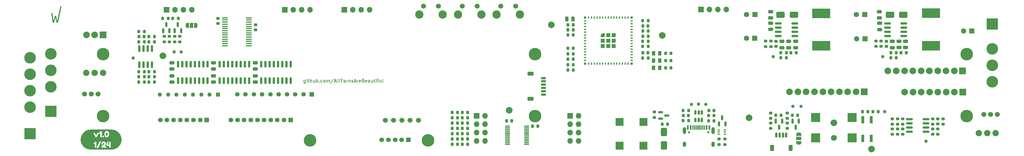
<source format=gbr>
%TF.GenerationSoftware,KiCad,Pcbnew,7.0.10*%
%TF.CreationDate,2024-02-02T23:20:54-05:00*%
%TF.ProjectId,ayab-esp32,61796162-2d65-4737-9033-322e6b696361,rev?*%
%TF.SameCoordinates,PX2be61f8PY9c01778*%
%TF.FileFunction,Soldermask,Top*%
%TF.FilePolarity,Negative*%
%FSLAX46Y46*%
G04 Gerber Fmt 4.6, Leading zero omitted, Abs format (unit mm)*
G04 Created by KiCad (PCBNEW 7.0.10) date 2024-02-02 23:20:54*
%MOMM*%
%LPD*%
G01*
G04 APERTURE LIST*
G04 Aperture macros list*
%AMRoundRect*
0 Rectangle with rounded corners*
0 $1 Rounding radius*
0 $2 $3 $4 $5 $6 $7 $8 $9 X,Y pos of 4 corners*
0 Add a 4 corners polygon primitive as box body*
4,1,4,$2,$3,$4,$5,$6,$7,$8,$9,$2,$3,0*
0 Add four circle primitives for the rounded corners*
1,1,$1+$1,$2,$3*
1,1,$1+$1,$4,$5*
1,1,$1+$1,$6,$7*
1,1,$1+$1,$8,$9*
0 Add four rect primitives between the rounded corners*
20,1,$1+$1,$2,$3,$4,$5,0*
20,1,$1+$1,$4,$5,$6,$7,0*
20,1,$1+$1,$6,$7,$8,$9,0*
20,1,$1+$1,$8,$9,$2,$3,0*%
%AMFreePoly0*
4,1,19,0.550000,-0.750000,0.000000,-0.750000,0.000000,-0.744911,-0.071157,-0.744911,-0.207708,-0.704816,-0.327430,-0.627875,-0.420627,-0.520320,-0.479746,-0.390866,-0.500000,-0.250000,-0.500000,0.250000,-0.479746,0.390866,-0.420627,0.520320,-0.327430,0.627875,-0.207708,0.704816,-0.071157,0.744911,0.000000,0.744911,0.000000,0.750000,0.550000,0.750000,0.550000,-0.750000,0.550000,-0.750000,
$1*%
%AMFreePoly1*
4,1,19,0.000000,0.744911,0.071157,0.744911,0.207708,0.704816,0.327430,0.627875,0.420627,0.520320,0.479746,0.390866,0.500000,0.250000,0.500000,-0.250000,0.479746,-0.390866,0.420627,-0.520320,0.327430,-0.627875,0.207708,-0.704816,0.071157,-0.744911,0.000000,-0.744911,0.000000,-0.750000,-0.550000,-0.750000,-0.550000,0.750000,0.000000,0.750000,0.000000,0.744911,0.000000,0.744911,
$1*%
%AMFreePoly2*
4,1,6,0.600000,-0.600000,-0.600000,-0.600000,-0.600000,0.000000,0.000000,0.600000,0.600000,0.600000,0.600000,-0.600000,0.600000,-0.600000,$1*%
G04 Aperture macros list end*
%ADD10C,0.150000*%
%ADD11R,1.600000X1.600000*%
%ADD12C,1.600000*%
%ADD13RoundRect,0.225000X0.225000X0.250000X-0.225000X0.250000X-0.225000X-0.250000X0.225000X-0.250000X0*%
%ADD14RoundRect,0.200000X0.275000X-0.200000X0.275000X0.200000X-0.275000X0.200000X-0.275000X-0.200000X0*%
%ADD15C,2.000000*%
%ADD16RoundRect,0.200000X0.200000X0.275000X-0.200000X0.275000X-0.200000X-0.275000X0.200000X-0.275000X0*%
%ADD17RoundRect,0.200000X-0.200000X-0.275000X0.200000X-0.275000X0.200000X0.275000X-0.200000X0.275000X0*%
%ADD18R,2.000000X2.000000*%
%ADD19C,1.520000*%
%ADD20C,2.500000*%
%ADD21C,1.000000*%
%ADD22RoundRect,0.150000X0.150000X-0.825000X0.150000X0.825000X-0.150000X0.825000X-0.150000X-0.825000X0*%
%ADD23RoundRect,0.250000X-0.475000X0.250000X-0.475000X-0.250000X0.475000X-0.250000X0.475000X0.250000X0*%
%ADD24RoundRect,0.250000X0.475000X-0.250000X0.475000X0.250000X-0.475000X0.250000X-0.475000X-0.250000X0*%
%ADD25C,1.500000*%
%ADD26R,1.400000X1.400000*%
%ADD27C,1.400000*%
%ADD28RoundRect,0.225000X-0.225000X-0.250000X0.225000X-0.250000X0.225000X0.250000X-0.225000X0.250000X0*%
%ADD29RoundRect,0.150000X-0.150000X0.825000X-0.150000X-0.825000X0.150000X-0.825000X0.150000X0.825000X0*%
%ADD30R,3.500000X3.500000*%
%ADD31C,3.500000*%
%ADD32RoundRect,0.218750X0.218750X0.256250X-0.218750X0.256250X-0.218750X-0.256250X0.218750X-0.256250X0*%
%ADD33RoundRect,0.150000X-0.625000X0.150000X-0.625000X-0.150000X0.625000X-0.150000X0.625000X0.150000X0*%
%ADD34RoundRect,0.250000X-0.650000X0.350000X-0.650000X-0.350000X0.650000X-0.350000X0.650000X0.350000X0*%
%ADD35RoundRect,0.200000X-0.275000X0.200000X-0.275000X-0.200000X0.275000X-0.200000X0.275000X0.200000X0*%
%ADD36C,1.800000*%
%ADD37R,2.800000X2.800000*%
%ADD38R,1.700000X1.700000*%
%ADD39O,1.700000X1.700000*%
%ADD40C,3.800000*%
%ADD41RoundRect,0.150000X0.150000X-0.587500X0.150000X0.587500X-0.150000X0.587500X-0.150000X-0.587500X0*%
%ADD42RoundRect,0.225000X-0.250000X0.225000X-0.250000X-0.225000X0.250000X-0.225000X0.250000X0.225000X0*%
%ADD43RoundRect,0.243750X-0.243750X-0.456250X0.243750X-0.456250X0.243750X0.456250X-0.243750X0.456250X0*%
%ADD44RoundRect,0.218750X-0.218750X-0.256250X0.218750X-0.256250X0.218750X0.256250X-0.218750X0.256250X0*%
%ADD45RoundRect,0.150000X-0.150000X0.587500X-0.150000X-0.587500X0.150000X-0.587500X0.150000X0.587500X0*%
%ADD46RoundRect,0.225000X0.250000X-0.225000X0.250000X0.225000X-0.250000X0.225000X-0.250000X-0.225000X0*%
%ADD47C,0.650000*%
%ADD48R,0.600000X1.450000*%
%ADD49R,0.300000X1.450000*%
%ADD50O,1.000000X2.100000*%
%ADD51O,1.000000X1.600000*%
%ADD52FreePoly0,180.000000*%
%ADD53R,1.000000X1.500000*%
%ADD54FreePoly1,180.000000*%
%ADD55R,5.400000X2.900000*%
%ADD56R,0.840000X2.240000*%
%ADD57R,2.400000X2.400000*%
%ADD58FreePoly0,270.000000*%
%ADD59R,1.500000X1.000000*%
%ADD60FreePoly1,270.000000*%
%ADD61R,1.350000X1.350000*%
%ADD62C,1.350000*%
%ADD63R,0.650000X0.400000*%
%ADD64RoundRect,0.150000X0.150000X-0.512500X0.150000X0.512500X-0.150000X0.512500X-0.150000X-0.512500X0*%
%ADD65RoundRect,0.150000X-0.825000X-0.150000X0.825000X-0.150000X0.825000X0.150000X-0.825000X0.150000X0*%
%ADD66C,1.900000*%
%ADD67RoundRect,0.250000X0.250000X0.475000X-0.250000X0.475000X-0.250000X-0.475000X0.250000X-0.475000X0*%
%ADD68RoundRect,0.250000X1.000000X0.650000X-1.000000X0.650000X-1.000000X-0.650000X1.000000X-0.650000X0*%
%ADD69R,1.750000X0.450000*%
%ADD70RoundRect,0.250000X0.650000X-1.000000X0.650000X1.000000X-0.650000X1.000000X-0.650000X-1.000000X0*%
%ADD71RoundRect,0.075000X-0.662500X-0.075000X0.662500X-0.075000X0.662500X0.075000X-0.662500X0.075000X0*%
%ADD72RoundRect,0.150000X-0.150000X-0.625000X0.150000X-0.625000X0.150000X0.625000X-0.150000X0.625000X0*%
%ADD73RoundRect,0.250000X-0.350000X-0.650000X0.350000X-0.650000X0.350000X0.650000X-0.350000X0.650000X0*%
%ADD74RoundRect,0.150000X-0.587500X-0.150000X0.587500X-0.150000X0.587500X0.150000X-0.587500X0.150000X0*%
%ADD75R,1.275000X1.275000*%
%ADD76C,1.275000*%
%ADD77R,0.800000X0.400000*%
%ADD78R,0.400000X0.800000*%
%ADD79FreePoly2,0.000000*%
%ADD80R,1.200000X1.200000*%
%ADD81R,0.800000X0.800000*%
G04 APERTURE END LIST*
D10*
X86733998Y21920712D02*
X86733998Y21111188D01*
X86733998Y21111188D02*
X86686379Y21015950D01*
X86686379Y21015950D02*
X86638760Y20968331D01*
X86638760Y20968331D02*
X86543522Y20920712D01*
X86543522Y20920712D02*
X86400665Y20920712D01*
X86400665Y20920712D02*
X86305427Y20968331D01*
X86733998Y21301664D02*
X86638760Y21254045D01*
X86638760Y21254045D02*
X86448284Y21254045D01*
X86448284Y21254045D02*
X86353046Y21301664D01*
X86353046Y21301664D02*
X86305427Y21349284D01*
X86305427Y21349284D02*
X86257808Y21444522D01*
X86257808Y21444522D02*
X86257808Y21730236D01*
X86257808Y21730236D02*
X86305427Y21825474D01*
X86305427Y21825474D02*
X86353046Y21873093D01*
X86353046Y21873093D02*
X86448284Y21920712D01*
X86448284Y21920712D02*
X86638760Y21920712D01*
X86638760Y21920712D02*
X86733998Y21873093D01*
X87210189Y21254045D02*
X87210189Y21920712D01*
X87210189Y22254045D02*
X87162570Y22206426D01*
X87162570Y22206426D02*
X87210189Y22158807D01*
X87210189Y22158807D02*
X87257808Y22206426D01*
X87257808Y22206426D02*
X87210189Y22254045D01*
X87210189Y22254045D02*
X87210189Y22158807D01*
X87543522Y21920712D02*
X87924474Y21920712D01*
X87686379Y22254045D02*
X87686379Y21396903D01*
X87686379Y21396903D02*
X87733998Y21301664D01*
X87733998Y21301664D02*
X87829236Y21254045D01*
X87829236Y21254045D02*
X87924474Y21254045D01*
X88257808Y21254045D02*
X88257808Y22254045D01*
X88686379Y21254045D02*
X88686379Y21777855D01*
X88686379Y21777855D02*
X88638760Y21873093D01*
X88638760Y21873093D02*
X88543522Y21920712D01*
X88543522Y21920712D02*
X88400665Y21920712D01*
X88400665Y21920712D02*
X88305427Y21873093D01*
X88305427Y21873093D02*
X88257808Y21825474D01*
X89591141Y21920712D02*
X89591141Y21254045D01*
X89162570Y21920712D02*
X89162570Y21396903D01*
X89162570Y21396903D02*
X89210189Y21301664D01*
X89210189Y21301664D02*
X89305427Y21254045D01*
X89305427Y21254045D02*
X89448284Y21254045D01*
X89448284Y21254045D02*
X89543522Y21301664D01*
X89543522Y21301664D02*
X89591141Y21349284D01*
X90067332Y21254045D02*
X90067332Y22254045D01*
X90067332Y21873093D02*
X90162570Y21920712D01*
X90162570Y21920712D02*
X90353046Y21920712D01*
X90353046Y21920712D02*
X90448284Y21873093D01*
X90448284Y21873093D02*
X90495903Y21825474D01*
X90495903Y21825474D02*
X90543522Y21730236D01*
X90543522Y21730236D02*
X90543522Y21444522D01*
X90543522Y21444522D02*
X90495903Y21349284D01*
X90495903Y21349284D02*
X90448284Y21301664D01*
X90448284Y21301664D02*
X90353046Y21254045D01*
X90353046Y21254045D02*
X90162570Y21254045D01*
X90162570Y21254045D02*
X90067332Y21301664D01*
X90972094Y21349284D02*
X91019713Y21301664D01*
X91019713Y21301664D02*
X90972094Y21254045D01*
X90972094Y21254045D02*
X90924475Y21301664D01*
X90924475Y21301664D02*
X90972094Y21349284D01*
X90972094Y21349284D02*
X90972094Y21254045D01*
X91876855Y21301664D02*
X91781617Y21254045D01*
X91781617Y21254045D02*
X91591141Y21254045D01*
X91591141Y21254045D02*
X91495903Y21301664D01*
X91495903Y21301664D02*
X91448284Y21349284D01*
X91448284Y21349284D02*
X91400665Y21444522D01*
X91400665Y21444522D02*
X91400665Y21730236D01*
X91400665Y21730236D02*
X91448284Y21825474D01*
X91448284Y21825474D02*
X91495903Y21873093D01*
X91495903Y21873093D02*
X91591141Y21920712D01*
X91591141Y21920712D02*
X91781617Y21920712D01*
X91781617Y21920712D02*
X91876855Y21873093D01*
X92448284Y21254045D02*
X92353046Y21301664D01*
X92353046Y21301664D02*
X92305427Y21349284D01*
X92305427Y21349284D02*
X92257808Y21444522D01*
X92257808Y21444522D02*
X92257808Y21730236D01*
X92257808Y21730236D02*
X92305427Y21825474D01*
X92305427Y21825474D02*
X92353046Y21873093D01*
X92353046Y21873093D02*
X92448284Y21920712D01*
X92448284Y21920712D02*
X92591141Y21920712D01*
X92591141Y21920712D02*
X92686379Y21873093D01*
X92686379Y21873093D02*
X92733998Y21825474D01*
X92733998Y21825474D02*
X92781617Y21730236D01*
X92781617Y21730236D02*
X92781617Y21444522D01*
X92781617Y21444522D02*
X92733998Y21349284D01*
X92733998Y21349284D02*
X92686379Y21301664D01*
X92686379Y21301664D02*
X92591141Y21254045D01*
X92591141Y21254045D02*
X92448284Y21254045D01*
X93210189Y21254045D02*
X93210189Y21920712D01*
X93210189Y21825474D02*
X93257808Y21873093D01*
X93257808Y21873093D02*
X93353046Y21920712D01*
X93353046Y21920712D02*
X93495903Y21920712D01*
X93495903Y21920712D02*
X93591141Y21873093D01*
X93591141Y21873093D02*
X93638760Y21777855D01*
X93638760Y21777855D02*
X93638760Y21254045D01*
X93638760Y21777855D02*
X93686379Y21873093D01*
X93686379Y21873093D02*
X93781617Y21920712D01*
X93781617Y21920712D02*
X93924474Y21920712D01*
X93924474Y21920712D02*
X94019713Y21873093D01*
X94019713Y21873093D02*
X94067332Y21777855D01*
X94067332Y21777855D02*
X94067332Y21254045D01*
X95257807Y22301664D02*
X94400665Y21015950D01*
X95543522Y21539760D02*
X96019712Y21539760D01*
X95448284Y21254045D02*
X95781617Y22254045D01*
X95781617Y22254045D02*
X96114950Y21254045D01*
X96591141Y21254045D02*
X96495903Y21301664D01*
X96495903Y21301664D02*
X96448284Y21396903D01*
X96448284Y21396903D02*
X96448284Y22254045D01*
X97114951Y21254045D02*
X97019713Y21301664D01*
X97019713Y21301664D02*
X96972094Y21396903D01*
X96972094Y21396903D02*
X96972094Y22254045D01*
X97686380Y21730236D02*
X97686380Y21254045D01*
X97353047Y22254045D02*
X97686380Y21730236D01*
X97686380Y21730236D02*
X98019713Y22254045D01*
X98781618Y21254045D02*
X98781618Y21777855D01*
X98781618Y21777855D02*
X98733999Y21873093D01*
X98733999Y21873093D02*
X98638761Y21920712D01*
X98638761Y21920712D02*
X98448285Y21920712D01*
X98448285Y21920712D02*
X98353047Y21873093D01*
X98781618Y21301664D02*
X98686380Y21254045D01*
X98686380Y21254045D02*
X98448285Y21254045D01*
X98448285Y21254045D02*
X98353047Y21301664D01*
X98353047Y21301664D02*
X98305428Y21396903D01*
X98305428Y21396903D02*
X98305428Y21492141D01*
X98305428Y21492141D02*
X98353047Y21587379D01*
X98353047Y21587379D02*
X98448285Y21634998D01*
X98448285Y21634998D02*
X98686380Y21634998D01*
X98686380Y21634998D02*
X98781618Y21682617D01*
X99257809Y21254045D02*
X99257809Y21920712D01*
X99257809Y21730236D02*
X99305428Y21825474D01*
X99305428Y21825474D02*
X99353047Y21873093D01*
X99353047Y21873093D02*
X99448285Y21920712D01*
X99448285Y21920712D02*
X99543523Y21920712D01*
X99876857Y21920712D02*
X99876857Y21254045D01*
X99876857Y21825474D02*
X99924476Y21873093D01*
X99924476Y21873093D02*
X100019714Y21920712D01*
X100019714Y21920712D02*
X100162571Y21920712D01*
X100162571Y21920712D02*
X100257809Y21873093D01*
X100257809Y21873093D02*
X100305428Y21777855D01*
X100305428Y21777855D02*
X100305428Y21254045D01*
X100734000Y21301664D02*
X100829238Y21254045D01*
X100829238Y21254045D02*
X101019714Y21254045D01*
X101019714Y21254045D02*
X101114952Y21301664D01*
X101114952Y21301664D02*
X101162571Y21396903D01*
X101162571Y21396903D02*
X101162571Y21444522D01*
X101162571Y21444522D02*
X101114952Y21539760D01*
X101114952Y21539760D02*
X101019714Y21587379D01*
X101019714Y21587379D02*
X100876857Y21587379D01*
X100876857Y21587379D02*
X100781619Y21634998D01*
X100781619Y21634998D02*
X100734000Y21730236D01*
X100734000Y21730236D02*
X100734000Y21777855D01*
X100734000Y21777855D02*
X100781619Y21873093D01*
X100781619Y21873093D02*
X100876857Y21920712D01*
X100876857Y21920712D02*
X101019714Y21920712D01*
X101019714Y21920712D02*
X101114952Y21873093D01*
X101543524Y21539760D02*
X102019714Y21539760D01*
X101448286Y21254045D02*
X101781619Y22254045D01*
X101781619Y22254045D02*
X102114952Y21254045D01*
X102448286Y21254045D02*
X102448286Y21920712D01*
X102448286Y21730236D02*
X102495905Y21825474D01*
X102495905Y21825474D02*
X102543524Y21873093D01*
X102543524Y21873093D02*
X102638762Y21920712D01*
X102638762Y21920712D02*
X102734000Y21920712D01*
X103448286Y21301664D02*
X103353048Y21254045D01*
X103353048Y21254045D02*
X103162572Y21254045D01*
X103162572Y21254045D02*
X103067334Y21301664D01*
X103067334Y21301664D02*
X103019715Y21396903D01*
X103019715Y21396903D02*
X103019715Y21777855D01*
X103019715Y21777855D02*
X103067334Y21873093D01*
X103067334Y21873093D02*
X103162572Y21920712D01*
X103162572Y21920712D02*
X103353048Y21920712D01*
X103353048Y21920712D02*
X103448286Y21873093D01*
X103448286Y21873093D02*
X103495905Y21777855D01*
X103495905Y21777855D02*
X103495905Y21682617D01*
X103495905Y21682617D02*
X103019715Y21587379D01*
X104257810Y21777855D02*
X104400667Y21730236D01*
X104400667Y21730236D02*
X104448286Y21682617D01*
X104448286Y21682617D02*
X104495905Y21587379D01*
X104495905Y21587379D02*
X104495905Y21444522D01*
X104495905Y21444522D02*
X104448286Y21349284D01*
X104448286Y21349284D02*
X104400667Y21301664D01*
X104400667Y21301664D02*
X104305429Y21254045D01*
X104305429Y21254045D02*
X103924477Y21254045D01*
X103924477Y21254045D02*
X103924477Y22254045D01*
X103924477Y22254045D02*
X104257810Y22254045D01*
X104257810Y22254045D02*
X104353048Y22206426D01*
X104353048Y22206426D02*
X104400667Y22158807D01*
X104400667Y22158807D02*
X104448286Y22063569D01*
X104448286Y22063569D02*
X104448286Y21968331D01*
X104448286Y21968331D02*
X104400667Y21873093D01*
X104400667Y21873093D02*
X104353048Y21825474D01*
X104353048Y21825474D02*
X104257810Y21777855D01*
X104257810Y21777855D02*
X103924477Y21777855D01*
X105305429Y21301664D02*
X105210191Y21254045D01*
X105210191Y21254045D02*
X105019715Y21254045D01*
X105019715Y21254045D02*
X104924477Y21301664D01*
X104924477Y21301664D02*
X104876858Y21396903D01*
X104876858Y21396903D02*
X104876858Y21777855D01*
X104876858Y21777855D02*
X104924477Y21873093D01*
X104924477Y21873093D02*
X105019715Y21920712D01*
X105019715Y21920712D02*
X105210191Y21920712D01*
X105210191Y21920712D02*
X105305429Y21873093D01*
X105305429Y21873093D02*
X105353048Y21777855D01*
X105353048Y21777855D02*
X105353048Y21682617D01*
X105353048Y21682617D02*
X104876858Y21587379D01*
X106210191Y21254045D02*
X106210191Y21777855D01*
X106210191Y21777855D02*
X106162572Y21873093D01*
X106162572Y21873093D02*
X106067334Y21920712D01*
X106067334Y21920712D02*
X105876858Y21920712D01*
X105876858Y21920712D02*
X105781620Y21873093D01*
X106210191Y21301664D02*
X106114953Y21254045D01*
X106114953Y21254045D02*
X105876858Y21254045D01*
X105876858Y21254045D02*
X105781620Y21301664D01*
X105781620Y21301664D02*
X105734001Y21396903D01*
X105734001Y21396903D02*
X105734001Y21492141D01*
X105734001Y21492141D02*
X105781620Y21587379D01*
X105781620Y21587379D02*
X105876858Y21634998D01*
X105876858Y21634998D02*
X106114953Y21634998D01*
X106114953Y21634998D02*
X106210191Y21682617D01*
X107114953Y21920712D02*
X107114953Y21254045D01*
X106686382Y21920712D02*
X106686382Y21396903D01*
X106686382Y21396903D02*
X106734001Y21301664D01*
X106734001Y21301664D02*
X106829239Y21254045D01*
X106829239Y21254045D02*
X106972096Y21254045D01*
X106972096Y21254045D02*
X107067334Y21301664D01*
X107067334Y21301664D02*
X107114953Y21349284D01*
X107448287Y21920712D02*
X107829239Y21920712D01*
X107591144Y22254045D02*
X107591144Y21396903D01*
X107591144Y21396903D02*
X107638763Y21301664D01*
X107638763Y21301664D02*
X107734001Y21254045D01*
X107734001Y21254045D02*
X107829239Y21254045D01*
X108162573Y21254045D02*
X108162573Y21920712D01*
X108162573Y22254045D02*
X108114954Y22206426D01*
X108114954Y22206426D02*
X108162573Y22158807D01*
X108162573Y22158807D02*
X108210192Y22206426D01*
X108210192Y22206426D02*
X108162573Y22254045D01*
X108162573Y22254045D02*
X108162573Y22158807D01*
X108495906Y21920712D02*
X108876858Y21920712D01*
X108638763Y21254045D02*
X108638763Y22111188D01*
X108638763Y22111188D02*
X108686382Y22206426D01*
X108686382Y22206426D02*
X108781620Y22254045D01*
X108781620Y22254045D02*
X108876858Y22254045D01*
X109638763Y21920712D02*
X109638763Y21254045D01*
X109210192Y21920712D02*
X109210192Y21396903D01*
X109210192Y21396903D02*
X109257811Y21301664D01*
X109257811Y21301664D02*
X109353049Y21254045D01*
X109353049Y21254045D02*
X109495906Y21254045D01*
X109495906Y21254045D02*
X109591144Y21301664D01*
X109591144Y21301664D02*
X109638763Y21349284D01*
X110257811Y21254045D02*
X110162573Y21301664D01*
X110162573Y21301664D02*
X110114954Y21396903D01*
X110114954Y21396903D02*
X110114954Y22254045D01*
%TO.C,kibuzzard-65A20B9D*%
G36*
X27009088Y6014824D02*
G01*
X27090051Y5919098D01*
X27138628Y5759554D01*
X27154821Y5536193D01*
X27154821Y5520953D01*
X27138470Y5303148D01*
X27089416Y5147573D01*
X27007660Y5054228D01*
X26893201Y5023113D01*
X26780965Y5055101D01*
X26700796Y5151065D01*
X26652695Y5311006D01*
X26636661Y5534923D01*
X26652853Y5758840D01*
X26701431Y5918780D01*
X26782393Y6014745D01*
X26895741Y6046733D01*
X27009088Y6014824D01*
G37*
G36*
X28467593Y6916002D02*
G01*
X28615704Y6905076D01*
X28763100Y6886897D01*
X28909426Y6861507D01*
X29054330Y6828967D01*
X29197463Y6789357D01*
X29338480Y6742771D01*
X29477042Y6689322D01*
X29612814Y6629139D01*
X29745469Y6562366D01*
X29874688Y6489164D01*
X30000160Y6409710D01*
X30121581Y6324195D01*
X30238661Y6232825D01*
X30351116Y6135821D01*
X30458676Y6033415D01*
X30561082Y5925855D01*
X30658086Y5813400D01*
X30749456Y5696320D01*
X30834971Y5574899D01*
X30914425Y5449427D01*
X30987627Y5320208D01*
X31054400Y5187553D01*
X31114583Y5051781D01*
X31168032Y4913219D01*
X31214618Y4772202D01*
X31254228Y4629069D01*
X31286768Y4484165D01*
X31312158Y4337838D01*
X31330337Y4190443D01*
X31341263Y4042332D01*
X31344907Y3893864D01*
X31341263Y3745396D01*
X31330337Y3597285D01*
X31312158Y3449890D01*
X31286768Y3303563D01*
X31254228Y3158659D01*
X31214618Y3015526D01*
X31168032Y2874509D01*
X31114583Y2735947D01*
X31054400Y2600175D01*
X30987627Y2467520D01*
X30914425Y2338301D01*
X30834971Y2212829D01*
X30749456Y2091408D01*
X30658086Y1974328D01*
X30561082Y1861873D01*
X30458676Y1754313D01*
X30351116Y1651907D01*
X30238661Y1554903D01*
X30121581Y1463533D01*
X30000160Y1378018D01*
X29874688Y1298564D01*
X29745469Y1225362D01*
X29612814Y1158589D01*
X29477042Y1098406D01*
X29338480Y1044957D01*
X29197463Y998371D01*
X29054330Y958761D01*
X28909426Y926221D01*
X28763100Y900831D01*
X28615704Y882652D01*
X28467593Y871726D01*
X28319125Y868082D01*
X28107458Y868082D01*
X27889744Y868082D01*
X26463340Y868082D01*
X25193941Y868082D01*
X24188601Y868082D01*
X23562986Y868082D01*
X22904838Y868082D01*
X22058171Y868082D01*
X21909703Y871726D01*
X21761593Y882652D01*
X21614197Y900831D01*
X21467870Y926221D01*
X21322966Y958761D01*
X21179833Y998371D01*
X21038816Y1044957D01*
X20900254Y1098406D01*
X20764482Y1158589D01*
X20631827Y1225362D01*
X20502608Y1298564D01*
X20377137Y1378018D01*
X20255715Y1463533D01*
X20138635Y1554903D01*
X20026180Y1651907D01*
X19918620Y1754313D01*
X19816214Y1861873D01*
X19719210Y1974328D01*
X19627840Y2091408D01*
X19542325Y2212829D01*
X19462871Y2338301D01*
X19389669Y2467520D01*
X19322896Y2600175D01*
X19287387Y2680282D01*
X22904838Y2680282D01*
X22983665Y2525129D01*
X23135064Y2437543D01*
X23310237Y2515119D01*
X23342769Y2545149D01*
X23342769Y1651770D01*
X23346523Y1560430D01*
X23370296Y1491612D01*
X23437237Y1442814D01*
X23562986Y1426548D01*
X23691862Y1443440D01*
X23712329Y1459080D01*
X23923340Y1459080D01*
X23952119Y1395267D01*
X24063478Y1328952D01*
X24188601Y1291415D01*
X24257419Y1310184D01*
X24294956Y1348972D01*
X24326237Y1411533D01*
X24441853Y1651770D01*
X25264660Y1651770D01*
X25329724Y1494115D01*
X25484877Y1426548D01*
X26463340Y1426548D01*
X26618493Y1456578D01*
X26672296Y1521642D01*
X26688562Y1648016D01*
X26673547Y1775642D01*
X26614739Y1848213D01*
X26468345Y1871986D01*
X26010394Y1871986D01*
X26010394Y1884499D01*
X26072956Y1909523D01*
X26228109Y1993982D01*
X26403281Y2132243D01*
X26432650Y2164775D01*
X26763636Y2164775D01*
X26776148Y2057169D01*
X26844340Y1985849D01*
X26983853Y1962075D01*
X27662020Y1962075D01*
X27662020Y1656775D01*
X27677035Y1526647D01*
X27709567Y1476597D01*
X27774631Y1446568D01*
X27889744Y1434055D01*
X28011114Y1449070D01*
X28083685Y1510381D01*
X28107458Y1654272D01*
X28107458Y3045642D01*
X28103705Y3133228D01*
X28079931Y3199543D01*
X28012365Y3252095D01*
X27885990Y3268361D01*
X27758365Y3254597D01*
X27689547Y3205799D01*
X27665774Y3143238D01*
X27662020Y3058154D01*
X27662020Y2374982D01*
X27254119Y2374982D01*
X27406769Y2985583D01*
X27409271Y2993090D01*
X27426789Y3098193D01*
X27382995Y3194538D01*
X27251616Y3258351D01*
X27136503Y3275868D01*
X27050168Y3248341D01*
X27005123Y3190784D01*
X26978848Y3103198D01*
X26898281Y2778019D01*
X26771143Y2264873D01*
X26763636Y2164775D01*
X26432650Y2164775D01*
X26484611Y2222331D01*
X26553429Y2337445D01*
X26600350Y2468824D01*
X26615990Y2607711D01*
X26595137Y2779685D01*
X26532575Y2938592D01*
X26428306Y3084430D01*
X26290531Y3200516D01*
X26127454Y3270168D01*
X25939074Y3293385D01*
X25837831Y3281048D01*
X25750833Y3270446D01*
X25588173Y3201628D01*
X25451094Y3086932D01*
X25347520Y2943319D01*
X25285375Y2787749D01*
X25264660Y2620223D01*
X25277173Y2492597D01*
X25345365Y2421277D01*
X25484877Y2397504D01*
X25612503Y2412518D01*
X25680069Y2457563D01*
X25703843Y2520124D01*
X25707596Y2602706D01*
X25707596Y2617720D01*
X25717606Y2675277D01*
X25783922Y2791642D01*
X25922808Y2850450D01*
X26047931Y2827927D01*
X26114247Y2779129D01*
X26153035Y2711563D01*
X26170552Y2647750D01*
X26147091Y2538267D01*
X26076710Y2435041D01*
X25973170Y2340260D01*
X25850237Y2256115D01*
X25717606Y2176661D01*
X25584976Y2095957D01*
X25462042Y2006494D01*
X25358503Y1900765D01*
X25288121Y1781585D01*
X25264660Y1651770D01*
X24441853Y1651770D01*
X25129527Y3080676D01*
X25164562Y3205799D01*
X25130779Y3280248D01*
X25029429Y3348440D01*
X24903055Y3388479D01*
X24844247Y3378469D01*
X24759163Y3268361D01*
X23953370Y1584203D01*
X23923340Y1459080D01*
X23712329Y1459080D01*
X23758178Y1494115D01*
X23781951Y1560430D01*
X23785705Y1646765D01*
X23785705Y3040637D01*
X23773192Y3173267D01*
X23738158Y3227070D01*
X23681371Y3252188D01*
X23673094Y3255849D01*
X23554227Y3268361D01*
X23412838Y3203297D01*
X23405330Y3198292D01*
X22994926Y2827927D01*
X22904838Y2680282D01*
X19287387Y2680282D01*
X19262713Y2735947D01*
X19209264Y2874509D01*
X19162678Y3015526D01*
X19123068Y3158659D01*
X19090528Y3303563D01*
X19065138Y3449890D01*
X19046959Y3597285D01*
X19036033Y3745396D01*
X19032389Y3893864D01*
X19036033Y4042332D01*
X19046959Y4190443D01*
X19065138Y4337838D01*
X19090528Y4484165D01*
X19123068Y4629069D01*
X19162678Y4772202D01*
X19209264Y4913219D01*
X19262713Y5051781D01*
X19322896Y5187553D01*
X19389669Y5320208D01*
X19462871Y5449427D01*
X19542325Y5574899D01*
X19627840Y5696320D01*
X19665419Y5744473D01*
X22905401Y5744473D01*
X22956201Y5607313D01*
X23484521Y4703073D01*
X23507381Y4675133D01*
X23577231Y4620523D01*
X23681371Y4593853D01*
X23791861Y4628143D01*
X23873141Y4705613D01*
X24398921Y5607313D01*
X24449721Y5747013D01*
X24416701Y5833373D01*
X24367171Y5874013D01*
X24525921Y5874013D01*
X24605931Y5716533D01*
X24759601Y5627633D01*
X24937401Y5706373D01*
X24970421Y5736853D01*
X24970421Y4830073D01*
X24974231Y4737363D01*
X24998361Y4667513D01*
X25066306Y4617983D01*
X25193941Y4601473D01*
X25324751Y4618618D01*
X25392061Y4670053D01*
X25416191Y4737363D01*
X25420001Y4824993D01*
X25420001Y4835153D01*
X25585101Y4835153D01*
X25634631Y4652273D01*
X25710196Y4616078D01*
X25837831Y4604013D01*
X25962608Y4622428D01*
X26029601Y4677673D01*
X26056271Y4747523D01*
X26060081Y4837693D01*
X26060081Y4847853D01*
X26016901Y5025653D01*
X25934668Y5065658D01*
X25804811Y5078993D01*
X25680033Y5059943D01*
X25613041Y5002793D01*
X25588911Y4934213D01*
X25585101Y4845313D01*
X25585101Y4835153D01*
X25420001Y4835153D01*
X25420001Y5536193D01*
X26187081Y5536193D01*
X26195265Y5358111D01*
X26219819Y5193011D01*
X26260741Y5040893D01*
X26315668Y4913258D01*
X26383931Y4804673D01*
X26473466Y4713550D01*
X26592211Y4638303D01*
X26735403Y4587820D01*
X26898281Y4570993D01*
X27060523Y4587503D01*
X27201811Y4637033D01*
X27318333Y4711963D01*
X27406281Y4804673D01*
X27492958Y4951199D01*
X27554871Y5121538D01*
X27592018Y5315689D01*
X27604401Y5533653D01*
X27595934Y5701575D01*
X27570534Y5863289D01*
X27528201Y6018793D01*
X27475178Y6147063D01*
X27407551Y6257553D01*
X27318651Y6350898D01*
X27201811Y6427733D01*
X27059888Y6479168D01*
X26895741Y6496313D01*
X26730958Y6478850D01*
X26587131Y6426463D01*
X26468703Y6348358D01*
X26380121Y6253743D01*
X26309953Y6131505D01*
X26246771Y5970533D01*
X26213610Y5842122D01*
X26193713Y5697342D01*
X26187081Y5536193D01*
X25420001Y5536193D01*
X25420001Y6239773D01*
X25407301Y6374393D01*
X25371741Y6429003D01*
X25305701Y6458213D01*
X25185051Y6470913D01*
X25041541Y6404873D01*
X25033921Y6399793D01*
X24617361Y6023873D01*
X24525921Y5874013D01*
X24367171Y5874013D01*
X24317641Y5914653D01*
X24177941Y5967993D01*
X24096661Y5946403D01*
X24052211Y5903223D01*
X24010301Y5833373D01*
X23677561Y5193293D01*
X23344821Y5833373D01*
X23277511Y5936243D01*
X23189881Y5970533D01*
X23037481Y5914653D01*
X22938421Y5832738D01*
X22905401Y5744473D01*
X19665419Y5744473D01*
X19719210Y5813400D01*
X19816214Y5925855D01*
X19918620Y6033415D01*
X20026180Y6135821D01*
X20138635Y6232825D01*
X20255715Y6324195D01*
X20377137Y6409710D01*
X20502608Y6489164D01*
X20631827Y6562366D01*
X20764482Y6629139D01*
X20900254Y6689322D01*
X21038816Y6742771D01*
X21179833Y6789357D01*
X21322966Y6828967D01*
X21467870Y6861507D01*
X21614197Y6886897D01*
X21761593Y6905076D01*
X21909703Y6916002D01*
X22058171Y6919646D01*
X22904838Y6919646D01*
X28107458Y6919646D01*
X28319125Y6919646D01*
X28467593Y6916002D01*
G37*
%TO.C,G\u002A\u002A\u002A*%
G36*
X12981773Y44403564D02*
G01*
X13012521Y44403502D01*
X13046542Y44403394D01*
X13083131Y44403240D01*
X13095558Y44403179D01*
X13288408Y44402208D01*
X12731636Y41834269D01*
X12174865Y39266330D01*
X11986627Y39266330D01*
X11942302Y39266368D01*
X11904971Y39266491D01*
X11874128Y39266712D01*
X11849266Y39267042D01*
X11829878Y39267494D01*
X11815459Y39268081D01*
X11805503Y39268816D01*
X11799502Y39269710D01*
X11796950Y39270777D01*
X11796807Y39271018D01*
X11795839Y39275053D01*
X11793274Y39286080D01*
X11789186Y39303780D01*
X11783648Y39327832D01*
X11776734Y39357918D01*
X11768516Y39393716D01*
X11759068Y39434908D01*
X11748462Y39481174D01*
X11736774Y39532193D01*
X11724074Y39587646D01*
X11710438Y39647214D01*
X11695938Y39710575D01*
X11680647Y39777412D01*
X11664639Y39847403D01*
X11647986Y39920229D01*
X11630763Y39995570D01*
X11613042Y40073106D01*
X11596709Y40144587D01*
X11578615Y40223729D01*
X11560948Y40300909D01*
X11543781Y40375811D01*
X11527186Y40448118D01*
X11511238Y40517514D01*
X11496009Y40583683D01*
X11481572Y40646308D01*
X11468001Y40705073D01*
X11455370Y40759662D01*
X11443751Y40809758D01*
X11433218Y40855045D01*
X11423844Y40895207D01*
X11415702Y40929927D01*
X11408865Y40958889D01*
X11403407Y40981777D01*
X11399402Y40998275D01*
X11396921Y41008066D01*
X11396050Y41010879D01*
X11395101Y41007128D01*
X11392578Y40996452D01*
X11388568Y40979240D01*
X11383160Y40955880D01*
X11376444Y40926762D01*
X11368507Y40892274D01*
X11359439Y40852804D01*
X11349328Y40808743D01*
X11338263Y40760477D01*
X11326333Y40708396D01*
X11313626Y40652889D01*
X11300232Y40594345D01*
X11286238Y40533151D01*
X11271733Y40469697D01*
X11256807Y40404372D01*
X11241547Y40337564D01*
X11226043Y40269663D01*
X11210384Y40201055D01*
X11194657Y40132132D01*
X11178952Y40063280D01*
X11163357Y39994889D01*
X11147962Y39927348D01*
X11132854Y39861045D01*
X11118122Y39796370D01*
X11103856Y39733709D01*
X11090144Y39673454D01*
X11077074Y39615991D01*
X11064735Y39561711D01*
X11053217Y39511001D01*
X11042607Y39464251D01*
X11032995Y39421848D01*
X11024468Y39384182D01*
X11017116Y39351642D01*
X11011028Y39324616D01*
X11006292Y39303493D01*
X11002997Y39288662D01*
X11001603Y39282268D01*
X10998189Y39266330D01*
X10809109Y39266330D01*
X10772245Y39266391D01*
X10737755Y39266566D01*
X10706346Y39266843D01*
X10678724Y39267211D01*
X10655598Y39267657D01*
X10637674Y39268169D01*
X10625659Y39268737D01*
X10620261Y39269347D01*
X10620028Y39269505D01*
X10619480Y39273398D01*
X10617861Y39284460D01*
X10615208Y39302439D01*
X10611559Y39327086D01*
X10606950Y39358150D01*
X10601420Y39395380D01*
X10595005Y39438527D01*
X10587743Y39487341D01*
X10579670Y39541570D01*
X10570825Y39600966D01*
X10561245Y39665277D01*
X10550966Y39734254D01*
X10540026Y39807646D01*
X10528463Y39885203D01*
X10516313Y39966675D01*
X10503615Y40051811D01*
X10490404Y40140362D01*
X10476720Y40232077D01*
X10462598Y40326705D01*
X10448076Y40423997D01*
X10433192Y40523703D01*
X10417982Y40625572D01*
X10402485Y40729353D01*
X10400642Y40741691D01*
X10385115Y40845666D01*
X10369871Y40947751D01*
X10354948Y41047695D01*
X10340384Y41145248D01*
X10326214Y41240162D01*
X10312477Y41332185D01*
X10299210Y41421069D01*
X10286451Y41506563D01*
X10274235Y41588417D01*
X10262602Y41666381D01*
X10251587Y41740207D01*
X10241229Y41809642D01*
X10231564Y41874439D01*
X10222630Y41934346D01*
X10214465Y41989115D01*
X10207104Y42038494D01*
X10200587Y42082235D01*
X10194949Y42120087D01*
X10190228Y42151801D01*
X10186463Y42177126D01*
X10183688Y42195812D01*
X10181943Y42207611D01*
X10181265Y42212272D01*
X10181257Y42212339D01*
X10184890Y42212654D01*
X10195327Y42212949D01*
X10211867Y42213218D01*
X10233815Y42213454D01*
X10260471Y42213654D01*
X10291137Y42213809D01*
X10325117Y42213915D01*
X10361711Y42213966D01*
X10375329Y42213970D01*
X10569401Y42213964D01*
X10710009Y41021411D01*
X10721072Y40927641D01*
X10731919Y40835805D01*
X10742517Y40746182D01*
X10752833Y40659050D01*
X10762833Y40574689D01*
X10772485Y40493376D01*
X10781754Y40415390D01*
X10790608Y40341010D01*
X10799013Y40270515D01*
X10806935Y40204184D01*
X10814343Y40142294D01*
X10821201Y40085126D01*
X10827477Y40032957D01*
X10833137Y39986065D01*
X10838148Y39944731D01*
X10842477Y39909232D01*
X10846091Y39879847D01*
X10848955Y39856855D01*
X10851037Y39840534D01*
X10852303Y39831163D01*
X10852705Y39828858D01*
X10853671Y39832471D01*
X10856116Y39843087D01*
X10859967Y39860370D01*
X10865154Y39883985D01*
X10871603Y39913597D01*
X10879243Y39948869D01*
X10888002Y39989467D01*
X10897807Y40035054D01*
X10908588Y40085296D01*
X10920271Y40139856D01*
X10932786Y40198400D01*
X10946059Y40260592D01*
X10960019Y40326096D01*
X10974594Y40394577D01*
X10989712Y40465699D01*
X11005301Y40539127D01*
X11021289Y40614525D01*
X11021487Y40615459D01*
X11188181Y41402060D01*
X11396316Y41403013D01*
X11604452Y41403965D01*
X11772823Y40615474D01*
X11788963Y40539932D01*
X11804704Y40466331D01*
X11819975Y40395009D01*
X11834703Y40326302D01*
X11848814Y40260546D01*
X11862236Y40198077D01*
X11874898Y40139233D01*
X11886725Y40084350D01*
X11897646Y40033764D01*
X11907587Y39987812D01*
X11916477Y39946830D01*
X11924242Y39911155D01*
X11930809Y39881124D01*
X11936107Y39857072D01*
X11940062Y39839338D01*
X11942602Y39828256D01*
X11943654Y39824164D01*
X11943661Y39824153D01*
X11944559Y39827631D01*
X11946943Y39838255D01*
X11950774Y39855830D01*
X11956008Y39880158D01*
X11962607Y39911043D01*
X11970527Y39948289D01*
X11979728Y39991699D01*
X11990169Y40041077D01*
X12001809Y40096226D01*
X12014606Y40156950D01*
X12028519Y40223051D01*
X12043507Y40294335D01*
X12059528Y40370604D01*
X12076543Y40451662D01*
X12094508Y40537312D01*
X12113383Y40627359D01*
X12133127Y40721604D01*
X12153699Y40819853D01*
X12175058Y40921908D01*
X12197161Y41027572D01*
X12219969Y41136651D01*
X12243439Y41248946D01*
X12267531Y41364262D01*
X12292203Y41482402D01*
X12317414Y41603170D01*
X12343124Y41726368D01*
X12369290Y41851802D01*
X12395871Y41979273D01*
X12422827Y42108586D01*
X12423490Y42111765D01*
X12450456Y42241148D01*
X12477044Y42368705D01*
X12503213Y42494239D01*
X12528921Y42617554D01*
X12554128Y42738453D01*
X12578793Y42856738D01*
X12602873Y42972213D01*
X12626329Y43084681D01*
X12649119Y43193945D01*
X12671201Y43299809D01*
X12692536Y43402074D01*
X12713081Y43500545D01*
X12732797Y43595024D01*
X12751640Y43685315D01*
X12769571Y43771221D01*
X12786549Y43852545D01*
X12802532Y43929089D01*
X12817479Y44000657D01*
X12831349Y44067052D01*
X12844101Y44128078D01*
X12855694Y44183537D01*
X12866087Y44233232D01*
X12875239Y44276966D01*
X12883108Y44314544D01*
X12889653Y44345767D01*
X12894834Y44370438D01*
X12898610Y44388362D01*
X12900938Y44399340D01*
X12901779Y44403177D01*
X12901780Y44403179D01*
X12905597Y44403349D01*
X12916209Y44403472D01*
X12932912Y44403549D01*
X12955002Y44403580D01*
X12981773Y44403564D01*
G37*
%TD*%
D11*
%TO.C,C609*%
X222258648Y41873864D03*
D12*
X219758648Y41873864D03*
%TD*%
D13*
%TO.C,C501*%
X202243648Y11223864D03*
X200693648Y11223864D03*
%TD*%
D14*
%TO.C,R809*%
X45768648Y33573864D03*
X45768648Y35223864D03*
%TD*%
D15*
%TO.C,FID104*%
X160928648Y38703864D03*
%TD*%
D16*
%TO.C,R813*%
X167543648Y26608864D03*
X165893648Y26608864D03*
%TD*%
D14*
%TO.C,R807*%
X227033248Y7283864D03*
X227033248Y8933864D03*
%TD*%
D17*
%TO.C,R207*%
X188468648Y36808864D03*
X190118648Y36808864D03*
%TD*%
D18*
%TO.C,J405*%
X255238648Y18343864D03*
D15*
X252738648Y18343864D03*
X250238648Y18343864D03*
X247738648Y18343864D03*
X245238648Y18343864D03*
X242738648Y18343864D03*
X240238648Y18343864D03*
X237738648Y18343864D03*
X235238648Y18343864D03*
X232738648Y18343864D03*
%TD*%
D19*
%TO.C,SW203*%
X145678648Y44353864D03*
X150178648Y44353864D03*
D20*
X144428648Y41853864D03*
X151428648Y41853864D03*
%TD*%
D18*
%TO.C,J404*%
X284918648Y18283864D03*
D15*
X282418648Y18283864D03*
X279918648Y18283864D03*
X277418648Y18283864D03*
X274918648Y18283864D03*
X272418648Y18283864D03*
X269918648Y18283864D03*
X267418648Y18283864D03*
%TD*%
D21*
%TO.C,TP701*%
X34858648Y28583864D03*
%TD*%
%TO.C,TP503*%
X207448648Y14593864D03*
%TD*%
D22*
%TO.C,U702*%
X36696448Y26555864D03*
X37966448Y26555864D03*
X39236448Y26555864D03*
X40506448Y26555864D03*
X40506448Y31505864D03*
X39236448Y31505864D03*
X37966448Y31505864D03*
X36696448Y31505864D03*
%TD*%
D16*
%TO.C,R203*%
X196998648Y27878864D03*
X195348648Y27878864D03*
%TD*%
D23*
%TO.C,C610*%
X259873048Y39183864D03*
X259873048Y37283864D03*
%TD*%
D16*
%TO.C,R706*%
X135681148Y8908130D03*
X134031148Y8908130D03*
%TD*%
D24*
%TO.C,C621*%
X230428648Y31783864D03*
X230428648Y33683864D03*
%TD*%
D17*
%TO.C,R604*%
X263263648Y30233864D03*
X264913648Y30233864D03*
%TD*%
D21*
%TO.C,TP401*%
X236198648Y13973864D03*
%TD*%
D24*
%TO.C,C602*%
X226998648Y40803864D03*
X226998648Y42703864D03*
%TD*%
D25*
%TO.C,J412*%
X295327698Y11550054D03*
X293327698Y11550054D03*
X291327698Y11550054D03*
%TD*%
D26*
%TO.C,J413*%
X117808648Y3833864D03*
D27*
X115808648Y3833864D03*
X113808648Y3833864D03*
X111808648Y3833864D03*
X109808648Y3833864D03*
%TD*%
D16*
%TO.C,R720*%
X41256448Y33555864D03*
X39606448Y33555864D03*
%TD*%
D28*
%TO.C,C502*%
X208368648Y12698864D03*
X209918648Y12698864D03*
%TD*%
D23*
%TO.C,C303*%
X71643648Y23208864D03*
X71643648Y21308864D03*
%TD*%
D29*
%TO.C,U304*%
X57263648Y26733864D03*
X55993648Y26733864D03*
X54723648Y26733864D03*
X53453648Y26733864D03*
X52183648Y26733864D03*
X50913648Y26733864D03*
X49643648Y26733864D03*
X48373648Y26733864D03*
X48373648Y21783864D03*
X49643648Y21783864D03*
X50913648Y21783864D03*
X52183648Y21783864D03*
X53453648Y21783864D03*
X54723648Y21783864D03*
X55993648Y21783864D03*
X57263648Y21783864D03*
%TD*%
D14*
%TO.C,R810*%
X48918648Y33558864D03*
X48918648Y35208864D03*
%TD*%
D30*
%TO.C,J603*%
X9998648Y12418864D03*
D31*
X9998648Y19918864D03*
X9998648Y24918864D03*
X9998648Y29918864D03*
%TD*%
D32*
%TO.C,D604*%
X234746148Y30243864D03*
X233171148Y30243864D03*
%TD*%
D33*
%TO.C,J805*%
X158518648Y22558864D03*
X158518648Y21558864D03*
X158518648Y20558864D03*
X158518648Y19558864D03*
X158518648Y18558864D03*
X158518648Y17558864D03*
D34*
X154643648Y23858864D03*
X154643648Y16258864D03*
%TD*%
D21*
%TO.C,TP402*%
X233688648Y13973864D03*
%TD*%
D14*
%TO.C,R734*%
X265278648Y5508864D03*
X265278648Y7158864D03*
%TD*%
D16*
%TO.C,R710*%
X135681148Y5666464D03*
X134031148Y5666464D03*
%TD*%
D35*
%TO.C,R730*%
X263728648Y7158864D03*
X263728648Y5508864D03*
%TD*%
D17*
%TO.C,R206*%
X165893648Y35633864D03*
X167543648Y35633864D03*
%TD*%
D24*
%TO.C,C601*%
X259838648Y40783864D03*
X259838648Y42683864D03*
%TD*%
D16*
%TO.C,R707*%
X132631148Y7287297D03*
X130981148Y7287297D03*
%TD*%
D29*
%TO.C,U303*%
X69813648Y26733864D03*
X68543648Y26733864D03*
X67273648Y26733864D03*
X66003648Y26733864D03*
X64733648Y26733864D03*
X63463648Y26733864D03*
X62193648Y26733864D03*
X60923648Y26733864D03*
X60923648Y21783864D03*
X62193648Y21783864D03*
X63463648Y21783864D03*
X64733648Y21783864D03*
X66003648Y21783864D03*
X67273648Y21783864D03*
X68543648Y21783864D03*
X69813648Y21783864D03*
%TD*%
D17*
%TO.C,R209*%
X165893648Y29908864D03*
X167543648Y29908864D03*
%TD*%
D36*
%TO.C,J601*%
X246073648Y4449064D03*
D15*
X246073648Y8949064D03*
D37*
X240573648Y4449064D03*
X240573648Y10549064D03*
X251573648Y4449064D03*
X251573648Y10549064D03*
%TD*%
D38*
%TO.C,J701*%
X166556146Y11066464D03*
D39*
X169096146Y11066464D03*
X166556146Y8526464D03*
X169096146Y8526464D03*
X166556146Y5986464D03*
X169096146Y5986464D03*
X166556146Y3446464D03*
X169096146Y3446464D03*
%TD*%
D16*
%TO.C,R704*%
X135681148Y10528963D03*
X134031148Y10528963D03*
%TD*%
D40*
%TO.C,H106*%
X286152698Y11025054D03*
%TD*%
D38*
%TO.C,J801*%
X206018648Y43333864D03*
D39*
X208558648Y43333864D03*
X211098648Y43333864D03*
X213638648Y43333864D03*
%TD*%
D30*
%TO.C,J602*%
X3808648Y5693864D03*
D31*
X3808648Y13693864D03*
X3808648Y18693864D03*
X3808648Y23693864D03*
X3808648Y28693864D03*
%TD*%
D25*
%TO.C,J410*%
X120828648Y9773864D03*
X118328648Y9773864D03*
X115828648Y9773864D03*
X113328648Y9773864D03*
X110828648Y9773864D03*
%TD*%
D16*
%TO.C,R204*%
X196998648Y25663864D03*
X195348648Y25663864D03*
%TD*%
D41*
%TO.C,Q502*%
X211468648Y8611364D03*
X213368648Y8611364D03*
X212418648Y10486364D03*
%TD*%
D14*
%TO.C,R606*%
X258798648Y32138864D03*
X258798648Y33788864D03*
%TD*%
D15*
%TO.C,FID102*%
X194318648Y35443864D03*
%TD*%
D16*
%TO.C,R703*%
X132631148Y10528963D03*
X130981148Y10528963D03*
%TD*%
D15*
%TO.C,FID106*%
X220508648Y10543864D03*
%TD*%
D25*
%TO.C,J411*%
X24229648Y17677864D03*
X22229648Y17677864D03*
X20229648Y17677864D03*
%TD*%
D24*
%TO.C,C617*%
X234528648Y31793864D03*
X234528648Y33693864D03*
%TD*%
D17*
%TO.C,R605*%
X230103648Y30243864D03*
X231753648Y30243864D03*
%TD*%
%TO.C,R724*%
X39606448Y35105864D03*
X41256448Y35105864D03*
%TD*%
D35*
%TO.C,R801*%
X227033248Y11983864D03*
X227033248Y10333864D03*
%TD*%
D42*
%TO.C,C615*%
X228628648Y33728864D03*
X228628648Y32178864D03*
%TD*%
D28*
%TO.C,C202*%
X188518648Y38383864D03*
X190068648Y38383864D03*
%TD*%
D16*
%TO.C,R708*%
X135681148Y7287297D03*
X134031148Y7287297D03*
%TD*%
D35*
%TO.C,R211*%
X191978648Y12258864D03*
X191978648Y10608864D03*
%TD*%
D14*
%TO.C,R721*%
X265278648Y8558864D03*
X265278648Y10208864D03*
%TD*%
D40*
%TO.C,H107*%
X123719698Y3659054D03*
%TD*%
D43*
%TO.C,D201*%
X191723648Y30063864D03*
X193598648Y30063864D03*
%TD*%
D21*
%TO.C,TP502*%
X203128648Y14603864D03*
%TD*%
D28*
%TO.C,C201*%
X188493648Y30213864D03*
X190043648Y30213864D03*
%TD*%
D40*
%TO.C,H104*%
X286152698Y29821054D03*
%TD*%
D38*
%TO.C,J702*%
X138428648Y11074798D03*
D39*
X140968648Y11074798D03*
X138428648Y8534798D03*
X140968648Y8534798D03*
X138428648Y5994798D03*
X140968648Y5994798D03*
X138428648Y3454798D03*
X140968648Y3454798D03*
%TD*%
D35*
%TO.C,R503*%
X211443648Y4036364D03*
X211443648Y2386364D03*
%TD*%
D11*
%TO.C,C613*%
X222228648Y34653864D03*
D12*
X219728648Y34653864D03*
%TD*%
D17*
%TO.C,R804*%
X228518248Y11303864D03*
X230168248Y11303864D03*
%TD*%
D23*
%TO.C,C302*%
X59093648Y23208864D03*
X59093648Y21308864D03*
%TD*%
D15*
%TO.C,FID103*%
X257418648Y1033864D03*
%TD*%
D18*
%TO.C,J408*%
X25768648Y35653864D03*
D15*
X23268648Y35653864D03*
X20768648Y35653864D03*
%TD*%
D13*
%TO.C,C204*%
X167493648Y38708864D03*
X165943648Y38708864D03*
%TD*%
D24*
%TO.C,C616*%
X267708648Y31803864D03*
X267708648Y33703864D03*
%TD*%
%TO.C,C603*%
X46526248Y25321464D03*
X46526248Y27221464D03*
%TD*%
D14*
%TO.C,R722*%
X275878648Y5508864D03*
X275878648Y7158864D03*
%TD*%
D43*
%TO.C,D202*%
X191723648Y27873864D03*
X193598648Y27873864D03*
%TD*%
D17*
%TO.C,R501*%
X200643648Y12748864D03*
X202293648Y12748864D03*
%TD*%
D28*
%TO.C,C702*%
X147428648Y9543864D03*
X148978648Y9543864D03*
%TD*%
D21*
%TO.C,TP301*%
X49348648Y30463864D03*
%TD*%
D17*
%TO.C,R814*%
X165893648Y28258864D03*
X167543648Y28258864D03*
%TD*%
D16*
%TO.C,R803*%
X235183648Y11273864D03*
X233533648Y11273864D03*
%TD*%
D17*
%TO.C,R728*%
X39606448Y21380864D03*
X41256448Y21380864D03*
%TD*%
D44*
%TO.C,D602*%
X254750498Y12378064D03*
X256325498Y12378064D03*
%TD*%
D26*
%TO.C,J402*%
X57038648Y9798664D03*
D27*
X55038648Y9798664D03*
X53038648Y9798664D03*
X51038648Y9798664D03*
X49038648Y9798664D03*
X47038648Y9798664D03*
X45038648Y9798664D03*
X43038648Y9798664D03*
%TD*%
D17*
%TO.C,R210*%
X165893648Y31558864D03*
X167543648Y31558864D03*
%TD*%
D45*
%TO.C,Q802*%
X235533648Y9473864D03*
X233633648Y9473864D03*
X234583648Y7598864D03*
%TD*%
D30*
%TO.C,J604*%
X293828648Y38953864D03*
D31*
X293828648Y31453864D03*
X293828648Y26453864D03*
X293828648Y21453864D03*
%TD*%
D40*
%TO.C,H102*%
X155977698Y29821054D03*
%TD*%
D46*
%TO.C,C305*%
X71718648Y37133864D03*
X71718648Y38683864D03*
%TD*%
D16*
%TO.C,R711*%
X132631148Y4045631D03*
X130981148Y4045631D03*
%TD*%
%TO.C,R705*%
X132631148Y8908130D03*
X130981148Y8908130D03*
%TD*%
%TO.C,R212*%
X195998648Y8573864D03*
X194348648Y8573864D03*
%TD*%
D19*
%TO.C,SW201*%
X122398648Y44353864D03*
X126898648Y44353864D03*
D20*
X121148648Y41853864D03*
X128148648Y41853864D03*
%TD*%
D13*
%TO.C,C703*%
X38156448Y35105864D03*
X36606448Y35105864D03*
%TD*%
D35*
%TO.C,R609*%
X227078648Y33778864D03*
X227078648Y32128864D03*
%TD*%
D47*
%TO.C,J501*%
X202428648Y6098864D03*
X208208648Y6098864D03*
D48*
X202068648Y7543864D03*
X202868648Y7543864D03*
D49*
X204068648Y7543864D03*
X205068648Y7543864D03*
X205568648Y7543864D03*
X206568648Y7543864D03*
D48*
X207768648Y7543864D03*
X208568648Y7543864D03*
X208568648Y7543864D03*
X207768648Y7543864D03*
D49*
X207068648Y7543864D03*
X206068648Y7543864D03*
X204568648Y7543864D03*
X203568648Y7543864D03*
D48*
X202868648Y7543864D03*
X202068648Y7543864D03*
D50*
X200998648Y6628864D03*
D51*
X200998648Y2448864D03*
D50*
X209638648Y6628864D03*
D51*
X209638648Y2448864D03*
%TD*%
D45*
%TO.C,Q801*%
X230493248Y9503864D03*
X228593248Y9503864D03*
X229543248Y7628864D03*
%TD*%
D52*
%TO.C,J804*%
X53758648Y38533864D03*
D53*
X52458648Y38533864D03*
D54*
X51158648Y38533864D03*
%TD*%
D35*
%TO.C,R726*%
X277428648Y7158864D03*
X277428648Y5508864D03*
%TD*%
%TO.C,R812*%
X44208648Y35223864D03*
X44208648Y33573864D03*
%TD*%
D16*
%TO.C,R201*%
X190093648Y28663864D03*
X188443648Y28663864D03*
%TD*%
D35*
%TO.C,R502*%
X213193648Y4036364D03*
X213193648Y2386364D03*
%TD*%
D17*
%TO.C,R715*%
X36556448Y24480864D03*
X38206448Y24480864D03*
%TD*%
D19*
%TO.C,SW202*%
X134038648Y44353864D03*
X138538648Y44353864D03*
D20*
X132788648Y41853864D03*
X139788648Y41853864D03*
%TD*%
D17*
%TO.C,R611*%
X263263648Y28693864D03*
X264913648Y28693864D03*
%TD*%
D46*
%TO.C,C704*%
X277428648Y8608864D03*
X277428648Y10158864D03*
%TD*%
D35*
%TO.C,R729*%
X263728648Y10208864D03*
X263728648Y8558864D03*
%TD*%
D55*
%TO.C,L602*%
X242253048Y42208864D03*
X242253048Y32308864D03*
%TD*%
D38*
%TO.C,J202*%
X80588648Y43283864D03*
D39*
X83128648Y43283864D03*
X85668648Y43283864D03*
X88208648Y43283864D03*
%TD*%
D24*
%TO.C,C604*%
X59093648Y25308864D03*
X59093648Y27208864D03*
%TD*%
%TO.C,C618*%
X265688648Y31803864D03*
X265688648Y33703864D03*
%TD*%
D14*
%TO.C,R718*%
X275878648Y8558864D03*
X275878648Y10208864D03*
%TD*%
D56*
%TO.C,D601*%
X254838648Y4253864D03*
X257378648Y4253864D03*
X257378648Y9893864D03*
X254838648Y9893864D03*
%TD*%
D16*
%TO.C,R806*%
X190103648Y32143864D03*
X188453648Y32143864D03*
%TD*%
D17*
%TO.C,R208*%
X188468648Y35233864D03*
X190118648Y35233864D03*
%TD*%
D16*
%TO.C,R205*%
X190113648Y39933864D03*
X188463648Y39933864D03*
%TD*%
D17*
%TO.C,R723*%
X36556448Y36655864D03*
X38206448Y36655864D03*
%TD*%
D14*
%TO.C,R607*%
X225538648Y32128864D03*
X225538648Y33778864D03*
%TD*%
D32*
%TO.C,D603*%
X267916148Y30223864D03*
X266341148Y30223864D03*
%TD*%
D55*
%TO.C,L601*%
X275348648Y42213864D03*
X275348648Y32313864D03*
%TD*%
D38*
%TO.C,J201*%
X98518648Y43283864D03*
D39*
X101058648Y43283864D03*
X103598648Y43283864D03*
X106138648Y43283864D03*
%TD*%
D35*
%TO.C,R725*%
X278978648Y10208864D03*
X278978648Y8558864D03*
%TD*%
D57*
%TO.C,BUZZER201*%
X188643648Y2048864D03*
X188643648Y9248864D03*
X181443648Y9248864D03*
X181443648Y2048864D03*
%TD*%
D17*
%TO.C,R610*%
X230093648Y28713864D03*
X231743648Y28713864D03*
%TD*%
D16*
%TO.C,R202*%
X196998648Y30063864D03*
X195348648Y30063864D03*
%TD*%
D13*
%TO.C,C203*%
X167493648Y37183864D03*
X165943648Y37183864D03*
%TD*%
D26*
%TO.C,J401*%
X82308648Y9798664D03*
D27*
X80308648Y9798664D03*
X78308648Y9798664D03*
X76308648Y9798664D03*
X74308648Y9798664D03*
X72308648Y9798664D03*
X70308648Y9798664D03*
X68308648Y9798664D03*
X66308648Y9798664D03*
X64308648Y9798664D03*
%TD*%
D58*
%TO.C,J802*%
X235469048Y5523864D03*
D59*
X235469048Y4223864D03*
D60*
X235469048Y2923864D03*
%TD*%
D11*
%TO.C,C607*%
X287688648Y36843864D03*
D12*
X285188648Y36843864D03*
%TD*%
D16*
%TO.C,R709*%
X132631148Y5666464D03*
X130981148Y5666464D03*
%TD*%
D14*
%TO.C,R808*%
X232058648Y7273864D03*
X232058648Y8923864D03*
%TD*%
D61*
%TO.C,J406*%
X88711248Y17578864D03*
D62*
X86211248Y17578864D03*
X83711248Y17578864D03*
X81211248Y17578864D03*
X78711248Y17578864D03*
X76211248Y17578864D03*
X73711248Y17578864D03*
X71211248Y17578864D03*
X68711248Y17578864D03*
X66211248Y17578864D03*
%TD*%
D40*
%TO.C,H103*%
X155977698Y11025054D03*
%TD*%
D24*
%TO.C,C620*%
X263658648Y31793864D03*
X263658648Y33693864D03*
%TD*%
D63*
%TO.C,Q501*%
X211368648Y6811364D03*
X211368648Y6161364D03*
X211368648Y5511364D03*
X213268648Y5511364D03*
X213268648Y6161364D03*
X213268648Y6811364D03*
%TD*%
D46*
%TO.C,C301*%
X60418648Y39138864D03*
X60418648Y40688864D03*
%TD*%
D42*
%TO.C,C614*%
X261888648Y33738864D03*
X261888648Y32188864D03*
%TD*%
D41*
%TO.C,Q803*%
X43858648Y36943864D03*
X45758648Y36943864D03*
X44808648Y38818864D03*
%TD*%
D17*
%TO.C,R805*%
X188458648Y33688864D03*
X190108648Y33688864D03*
%TD*%
D64*
%TO.C,U501*%
X204368648Y9861364D03*
X205318648Y9861364D03*
X206268648Y9861364D03*
X206268648Y12136364D03*
X205318648Y12136364D03*
X204368648Y12136364D03*
%TD*%
D16*
%TO.C,R716*%
X38206448Y33555864D03*
X36556448Y33555864D03*
%TD*%
D18*
%TO.C,J403*%
X284878648Y24753864D03*
D15*
X282378648Y24753864D03*
X279878648Y24753864D03*
X277378648Y24753864D03*
X274878648Y24753864D03*
X272378648Y24753864D03*
X269878648Y24753864D03*
X267378648Y24753864D03*
X264878648Y24753864D03*
X262378648Y24753864D03*
%TD*%
D65*
%TO.C,U601*%
X262223048Y39138864D03*
X262223048Y37868864D03*
X262223048Y36598864D03*
X262223048Y35328864D03*
X267173048Y35328864D03*
X267173048Y36598864D03*
X267173048Y37868864D03*
X267173048Y39138864D03*
%TD*%
D66*
%TO.C,J409*%
X294853648Y5851364D03*
X292313648Y5851364D03*
X289773648Y5851364D03*
%TD*%
D21*
%TO.C,TP603*%
X227806048Y29065464D03*
%TD*%
D29*
%TO.C,U302*%
X82363648Y26733864D03*
X81093648Y26733864D03*
X79823648Y26733864D03*
X78553648Y26733864D03*
X77283648Y26733864D03*
X76013648Y26733864D03*
X74743648Y26733864D03*
X73473648Y26733864D03*
X73473648Y21783864D03*
X74743648Y21783864D03*
X76013648Y21783864D03*
X77283648Y21783864D03*
X78553648Y21783864D03*
X79823648Y21783864D03*
X81093648Y21783864D03*
X82363648Y21783864D03*
%TD*%
D21*
%TO.C,TP302*%
X47158648Y30463864D03*
%TD*%
D67*
%TO.C,C205*%
X167443648Y40508864D03*
X165543648Y40508864D03*
%TD*%
D17*
%TO.C,R727*%
X36556448Y21380864D03*
X38206448Y21380864D03*
%TD*%
D16*
%TO.C,R713*%
X132631148Y2424798D03*
X130981148Y2424798D03*
%TD*%
D66*
%TO.C,J414*%
X25768648Y24108864D03*
X23228648Y24108864D03*
X20688648Y24108864D03*
%TD*%
D15*
%TO.C,FID101*%
X43828648Y29343864D03*
%TD*%
D21*
%TO.C,TP702*%
X273818648Y3423864D03*
%TD*%
D11*
%TO.C,C606*%
X255396048Y41841664D03*
D12*
X252896048Y41841664D03*
%TD*%
D68*
%TO.C,D605*%
X267023048Y41783864D03*
X263023048Y41783864D03*
%TD*%
D35*
%TO.C,R732*%
X266828648Y7158864D03*
X266828648Y5508864D03*
%TD*%
D23*
%TO.C,C611*%
X227003048Y39208864D03*
X227003048Y37308864D03*
%TD*%
D65*
%TO.C,U602*%
X229353048Y39158864D03*
X229353048Y37888864D03*
X229353048Y36618864D03*
X229353048Y35348864D03*
X234303048Y35348864D03*
X234303048Y36618864D03*
X234303048Y37888864D03*
X234303048Y39158864D03*
%TD*%
D69*
%TO.C,U301*%
X69693648Y32383864D03*
X69693648Y33033864D03*
X69693648Y33683864D03*
X69693648Y34333864D03*
X69693648Y34983864D03*
X69693648Y35633864D03*
X69693648Y36283864D03*
X69693648Y36933864D03*
X69693648Y37583864D03*
X69693648Y38233864D03*
X69693648Y38883864D03*
X69693648Y39533864D03*
X69693648Y40183864D03*
X69693648Y40833864D03*
X62493648Y40833864D03*
X62493648Y40183864D03*
X62493648Y39533864D03*
X62493648Y38883864D03*
X62493648Y38233864D03*
X62493648Y37583864D03*
X62493648Y36933864D03*
X62493648Y36283864D03*
X62493648Y35633864D03*
X62493648Y34983864D03*
X62493648Y34333864D03*
X62493648Y33683864D03*
X62493648Y33033864D03*
X62493648Y32383864D03*
%TD*%
D40*
%TO.C,H101*%
X25802698Y11025054D03*
%TD*%
D16*
%TO.C,R719*%
X38206448Y22930864D03*
X36556448Y22930864D03*
%TD*%
%TO.C,R701*%
X132631148Y12149798D03*
X130981148Y12149798D03*
%TD*%
D65*
%TO.C,U703*%
X268878648Y10088864D03*
X268878648Y8818864D03*
X268878648Y7548864D03*
X268878648Y6278864D03*
X273828648Y6278864D03*
X273828648Y7548864D03*
X273828648Y8818864D03*
X273828648Y10088864D03*
%TD*%
D70*
%TO.C,D204*%
X194898648Y2148864D03*
X194898648Y6148864D03*
%TD*%
D71*
%TO.C,U701*%
X147718648Y7973864D03*
X147718648Y7473864D03*
X147718648Y6973864D03*
X147718648Y6473864D03*
X147718648Y5973864D03*
X147718648Y5473864D03*
X147718648Y4973864D03*
X147718648Y4473864D03*
X147718648Y3973864D03*
X147718648Y3473864D03*
X147718648Y2973864D03*
X147718648Y2473864D03*
X153443648Y2473864D03*
X153443648Y2973864D03*
X153443648Y3473864D03*
X153443648Y3973864D03*
X153443648Y4473864D03*
X153443648Y4973864D03*
X153443648Y5473864D03*
X153443648Y5973864D03*
X153443648Y6473864D03*
X153443648Y6973864D03*
X153443648Y7473864D03*
X153443648Y7973864D03*
%TD*%
D72*
%TO.C,J803*%
X228719048Y5248864D03*
X229719048Y5248864D03*
X230719048Y5248864D03*
X231719048Y5248864D03*
D73*
X227419048Y1373864D03*
X233019048Y1373864D03*
%TD*%
D16*
%TO.C,R733*%
X41256448Y22930864D03*
X39606448Y22930864D03*
%TD*%
D17*
%TO.C,R731*%
X39606448Y24480864D03*
X41256448Y24480864D03*
%TD*%
D35*
%TO.C,R811*%
X47348648Y35213864D03*
X47348648Y33563864D03*
%TD*%
D74*
%TO.C,Q201*%
X193803648Y12163864D03*
X193803648Y10263864D03*
X195678648Y11213864D03*
%TD*%
D17*
%TO.C,R815*%
X165893648Y24983864D03*
X167543648Y24983864D03*
%TD*%
D40*
%TO.C,H105*%
X88159698Y3659054D03*
%TD*%
D21*
%TO.C,TP601*%
X261418648Y12383864D03*
%TD*%
%TO.C,TP602*%
X260831648Y29065464D03*
%TD*%
D17*
%TO.C,R102*%
X208318648Y11148864D03*
X209968648Y11148864D03*
%TD*%
D68*
%TO.C,D606*%
X234028048Y41783864D03*
X230028048Y41783864D03*
%TD*%
D35*
%TO.C,R608*%
X260348648Y33788864D03*
X260348648Y32138864D03*
%TD*%
D17*
%TO.C,R504*%
X208318648Y9598864D03*
X209968648Y9598864D03*
%TD*%
D24*
%TO.C,C605*%
X71643648Y25308864D03*
X71643648Y27208864D03*
%TD*%
D21*
%TO.C,TP501*%
X205298648Y14623864D03*
%TD*%
D41*
%TO.C,Q804*%
X47378648Y36933864D03*
X49278648Y36933864D03*
X48328648Y38808864D03*
%TD*%
D38*
%TO.C,J806*%
X44888648Y43273864D03*
D39*
X47428648Y43273864D03*
X49968648Y43273864D03*
X52508648Y43273864D03*
%TD*%
D23*
%TO.C,C304*%
X46518648Y23208864D03*
X46518648Y21308864D03*
%TD*%
D16*
%TO.C,R714*%
X135681148Y2424798D03*
X134031148Y2424798D03*
%TD*%
D11*
%TO.C,C612*%
X255472248Y34450264D03*
D12*
X252972248Y34450264D03*
%TD*%
D16*
%TO.C,R101*%
X202293648Y9698864D03*
X200643648Y9698864D03*
%TD*%
%TO.C,R712*%
X135681148Y4045631D03*
X134031148Y4045631D03*
%TD*%
%TO.C,R702*%
X135681148Y12149798D03*
X134031148Y12149798D03*
%TD*%
D28*
%TO.C,C701*%
X155263648Y7983864D03*
X156813648Y7983864D03*
%TD*%
D17*
%TO.C,R816*%
X43743648Y40643864D03*
X45393648Y40643864D03*
%TD*%
D75*
%TO.C,J407*%
X60394648Y17553464D03*
D76*
X57894648Y17553464D03*
X55394648Y17553464D03*
X52894648Y17553464D03*
X50394648Y17553464D03*
X47894648Y17553464D03*
X45394648Y17553464D03*
X42894648Y17553464D03*
%TD*%
D77*
%TO.C,U201*%
X171093648Y39858864D03*
X171093648Y39008864D03*
X171093648Y38158864D03*
X171093648Y37308864D03*
X171093648Y36458864D03*
X171093648Y35608864D03*
X171093648Y34758864D03*
X171093648Y33908864D03*
X171093648Y33058864D03*
X171093648Y32208864D03*
X171093648Y31358864D03*
X171093648Y30508864D03*
X171093648Y29658864D03*
X171093648Y28808864D03*
X171093648Y27958864D03*
D78*
X172143648Y26908864D03*
X172993648Y26908864D03*
X173843648Y26908864D03*
X174693648Y26908864D03*
X175543648Y26908864D03*
X176393648Y26908864D03*
X177243648Y26908864D03*
X178093648Y26908864D03*
X178943648Y26908864D03*
X179793648Y26908864D03*
X180643648Y26908864D03*
X181493648Y26908864D03*
X182343648Y26908864D03*
X183193648Y26908864D03*
X184043648Y26908864D03*
D77*
X185093648Y27958864D03*
X185093648Y28808864D03*
X185093648Y29658864D03*
X185093648Y30508864D03*
X185093648Y31358864D03*
X185093648Y32208864D03*
X185093648Y33058864D03*
X185093648Y33908864D03*
X185093648Y34758864D03*
X185093648Y35608864D03*
X185093648Y36458864D03*
X185093648Y37308864D03*
X185093648Y38158864D03*
X185093648Y39008864D03*
X185093648Y39858864D03*
D78*
X184043648Y40908864D03*
X183193648Y40908864D03*
X182343648Y40908864D03*
X181493648Y40908864D03*
X180643648Y40908864D03*
X179793648Y40908864D03*
X178943648Y40908864D03*
X178093648Y40908864D03*
X177243648Y40908864D03*
X176393648Y40908864D03*
X175543648Y40908864D03*
X174693648Y40908864D03*
X173843648Y40908864D03*
X172993648Y40908864D03*
X172143648Y40908864D03*
D79*
X176443648Y35558864D03*
D80*
X176443648Y33908864D03*
X176443648Y32258864D03*
X178093648Y35558864D03*
X178093648Y33908864D03*
X178093648Y32258864D03*
X179743648Y35558864D03*
X179743648Y33908864D03*
X179743648Y32258864D03*
D81*
X171093648Y40908864D03*
X171093648Y26908864D03*
X185093648Y26908864D03*
X185093648Y40908864D03*
%TD*%
D15*
%TO.C,FID105*%
X148188648Y12793864D03*
%TD*%
D16*
%TO.C,R817*%
X48448648Y40633864D03*
X46798648Y40633864D03*
%TD*%
D35*
%TO.C,R717*%
X266828648Y10208864D03*
X266828648Y8558864D03*
%TD*%
D24*
%TO.C,C619*%
X232478648Y31793864D03*
X232478648Y33693864D03*
%TD*%
D35*
%TO.C,R802*%
X232058648Y11973864D03*
X232058648Y10323864D03*
%TD*%
D16*
%TO.C,R603*%
X259461798Y12378064D03*
X257811798Y12378064D03*
%TD*%
D43*
%TO.C,D203*%
X191723648Y25663864D03*
X193598648Y25663864D03*
%TD*%
D40*
%TO.C,H108*%
X25802698Y29821054D03*
%TD*%
M02*

</source>
